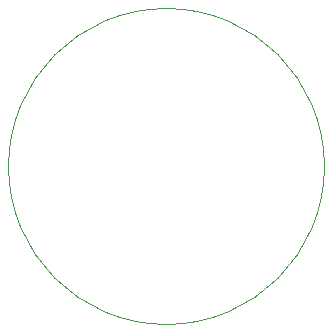
<source format=gbr>
%TF.GenerationSoftware,KiCad,Pcbnew,(6.0.0-0)*%
%TF.CreationDate,2022-01-05T16:19:24+01:00*%
%TF.ProjectId,IEC-62056-21-Optical-Probe,4945432d-3632-4303-9536-2d32312d4f70,1*%
%TF.SameCoordinates,Original*%
%TF.FileFunction,Profile,NP*%
%FSLAX46Y46*%
G04 Gerber Fmt 4.6, Leading zero omitted, Abs format (unit mm)*
G04 Created by KiCad (PCBNEW (6.0.0-0)) date 2022-01-05 16:19:24*
%MOMM*%
%LPD*%
G01*
G04 APERTURE LIST*
%TA.AperFunction,Profile*%
%ADD10C,0.100000*%
%TD*%
G04 APERTURE END LIST*
D10*
X163375000Y-100000000D02*
G75*
G03*
X163375000Y-100000000I-13375000J0D01*
G01*
M02*

</source>
